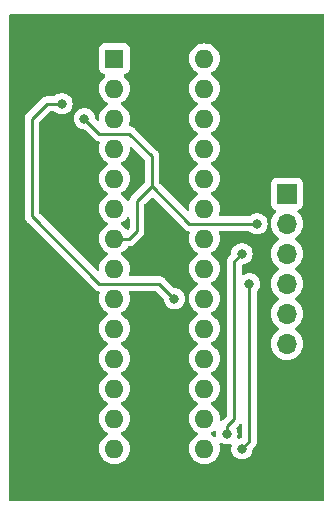
<source format=gbr>
%TF.GenerationSoftware,KiCad,Pcbnew,7.0.1*%
%TF.CreationDate,2023-05-04T02:21:34+01:00*%
%TF.ProjectId,wiikey_dip,7769696b-6579-45f6-9469-702e6b696361,rev?*%
%TF.SameCoordinates,Original*%
%TF.FileFunction,Copper,L2,Bot*%
%TF.FilePolarity,Positive*%
%FSLAX46Y46*%
G04 Gerber Fmt 4.6, Leading zero omitted, Abs format (unit mm)*
G04 Created by KiCad (PCBNEW 7.0.1) date 2023-05-04 02:21:34*
%MOMM*%
%LPD*%
G01*
G04 APERTURE LIST*
%TA.AperFunction,ComponentPad*%
%ADD10R,1.600000X1.600000*%
%TD*%
%TA.AperFunction,ComponentPad*%
%ADD11O,1.600000X1.600000*%
%TD*%
%TA.AperFunction,ComponentPad*%
%ADD12R,1.700000X1.700000*%
%TD*%
%TA.AperFunction,ComponentPad*%
%ADD13O,1.700000X1.700000*%
%TD*%
%TA.AperFunction,ViaPad*%
%ADD14C,0.800000*%
%TD*%
%TA.AperFunction,Conductor*%
%ADD15C,0.250000*%
%TD*%
G04 APERTURE END LIST*
D10*
%TO.P,U1,1,PC6/~{RESET}*%
%TO.N,Net-(U1-PC6{slash}~{RESET})*%
X153035000Y-79375000D03*
D11*
%TO.P,U1,2,PD0*%
%TO.N,unconnected-(U1-PD0-Pad2)*%
X153035000Y-81915000D03*
%TO.P,U1,3,PD1*%
%TO.N,unconnected-(U1-PD1-Pad3)*%
X153035000Y-84455000D03*
%TO.P,U1,4,PD2*%
%TO.N,unconnected-(U1-PD2-Pad4)*%
X153035000Y-86995000D03*
%TO.P,U1,5,PD3*%
%TO.N,unconnected-(U1-PD3-Pad5)*%
X153035000Y-89535000D03*
%TO.P,U1,6,PD4*%
%TO.N,unconnected-(U1-PD4-Pad6)*%
X153035000Y-92075000D03*
%TO.P,U1,7,VCC*%
%TO.N,Net-(J1-Pin_2)*%
X153035000Y-94615000D03*
%TO.P,U1,8,GND*%
%TO.N,Net-(J1-Pin_1)*%
X153035000Y-97155000D03*
%TO.P,U1,9,PB6/XTAL1*%
%TO.N,unconnected-(U1-PB6{slash}XTAL1-Pad9)*%
X153035000Y-99695000D03*
%TO.P,U1,10,PB7/XTAL2*%
%TO.N,unconnected-(U1-PB7{slash}XTAL2-Pad10)*%
X153035000Y-102235000D03*
%TO.P,U1,11,PD5*%
%TO.N,unconnected-(U1-PD5-Pad11)*%
X153035000Y-104775000D03*
%TO.P,U1,12,PD6*%
%TO.N,unconnected-(U1-PD6-Pad12)*%
X153035000Y-107315000D03*
%TO.P,U1,13,PD7*%
%TO.N,unconnected-(U1-PD7-Pad13)*%
X153035000Y-109855000D03*
%TO.P,U1,14,PB0*%
%TO.N,unconnected-(U1-PB0-Pad14)*%
X153035000Y-112395000D03*
%TO.P,U1,15,PB1*%
%TO.N,Net-(J1-Pin_3)*%
X160655000Y-112395000D03*
%TO.P,U1,16,PB2*%
%TO.N,unconnected-(U1-PB2-Pad16)*%
X160655000Y-109855000D03*
%TO.P,U1,17,PB3*%
%TO.N,Net-(J1-Pin_4)*%
X160655000Y-107315000D03*
%TO.P,U1,18,PB4*%
%TO.N,Net-(J1-Pin_6)*%
X160655000Y-104775000D03*
%TO.P,U1,19,PB5*%
%TO.N,Net-(J1-Pin_5)*%
X160655000Y-102235000D03*
%TO.P,U1,20,AVCC*%
%TO.N,Net-(U1-AVCC)*%
X160655000Y-99695000D03*
%TO.P,U1,21,AREF*%
%TO.N,unconnected-(U1-AREF-Pad21)*%
X160655000Y-97155000D03*
%TO.P,U1,22,AGND*%
%TO.N,Net-(J1-Pin_1)*%
X160655000Y-94615000D03*
%TO.P,U1,23,PC0*%
%TO.N,unconnected-(U1-PC0-Pad23)*%
X160655000Y-92075000D03*
%TO.P,U1,24,PC1*%
%TO.N,unconnected-(U1-PC1-Pad24)*%
X160655000Y-89535000D03*
%TO.P,U1,25,PC2*%
%TO.N,unconnected-(U1-PC2-Pad25)*%
X160655000Y-86995000D03*
%TO.P,U1,26,PC3*%
%TO.N,unconnected-(U1-PC3-Pad26)*%
X160655000Y-84455000D03*
%TO.P,U1,27,PC4*%
%TO.N,unconnected-(U1-PC4-Pad27)*%
X160655000Y-81915000D03*
%TO.P,U1,28,PC5*%
%TO.N,unconnected-(U1-PC5-Pad28)*%
X160655000Y-79375000D03*
%TD*%
D12*
%TO.P,J1,1,Pin_1*%
%TO.N,Net-(J1-Pin_1)*%
X167640000Y-90805000D03*
D13*
%TO.P,J1,2,Pin_2*%
%TO.N,Net-(J1-Pin_2)*%
X167640000Y-93345000D03*
%TO.P,J1,3,Pin_3*%
%TO.N,Net-(J1-Pin_3)*%
X167640000Y-95885000D03*
%TO.P,J1,4,Pin_4*%
%TO.N,Net-(J1-Pin_4)*%
X167640000Y-98425000D03*
%TO.P,J1,5,Pin_5*%
%TO.N,Net-(J1-Pin_5)*%
X167640000Y-100965000D03*
%TO.P,J1,6,Pin_6*%
%TO.N,Net-(J1-Pin_6)*%
X167640000Y-103505000D03*
%TD*%
D14*
%TO.N,Net-(J1-Pin_3)*%
X163830000Y-95885000D03*
X162560000Y-111125000D03*
%TO.N,Net-(J1-Pin_4)*%
X163830000Y-112395000D03*
%TO.N,Net-(U1-AVCC)*%
X158115000Y-99695000D03*
%TO.N,Net-(J1-Pin_2)*%
X150495000Y-84455000D03*
X165100000Y-93345000D03*
%TO.N,Net-(J1-Pin_4)*%
X164465000Y-98425000D03*
%TO.N,Net-(U1-AVCC)*%
X148590000Y-83185000D03*
%TD*%
D15*
%TO.N,Net-(J1-Pin_2)*%
X154305000Y-94615000D02*
X153035000Y-94615000D01*
X154940000Y-93980000D02*
X154305000Y-94615000D01*
X154940000Y-91440000D02*
X154940000Y-93980000D01*
X156210000Y-90170000D02*
X154940000Y-91440000D01*
%TO.N,Net-(J1-Pin_3)*%
X162560000Y-110490000D02*
X162560000Y-111125000D01*
X163195000Y-109855000D02*
X162560000Y-110490000D01*
X163195000Y-96520000D02*
X163195000Y-109855000D01*
X163830000Y-95885000D02*
X163195000Y-96520000D01*
%TO.N,Net-(J1-Pin_4)*%
X164465000Y-111760000D02*
X163830000Y-112395000D01*
X164465000Y-98425000D02*
X164465000Y-111760000D01*
%TO.N,Net-(U1-AVCC)*%
X146050000Y-92710000D02*
X151765000Y-98425000D01*
X156845000Y-98425000D02*
X158115000Y-99695000D01*
X146050000Y-84455000D02*
X146050000Y-92710000D01*
X147320000Y-83185000D02*
X146050000Y-84455000D01*
X148590000Y-83185000D02*
X147320000Y-83185000D01*
X151765000Y-98425000D02*
X156845000Y-98425000D01*
%TO.N,Net-(J1-Pin_2)*%
X156210000Y-87630000D02*
X154305000Y-85725000D01*
X154305000Y-85725000D02*
X151765000Y-85725000D01*
X151765000Y-85725000D02*
X150495000Y-84455000D01*
X156210000Y-90170000D02*
X156210000Y-87630000D01*
X159385000Y-93345000D02*
X156210000Y-90170000D01*
X165100000Y-93345000D02*
X159385000Y-93345000D01*
%TD*%
%TA.AperFunction,NonConductor*%
G36*
X170753000Y-75581613D02*
G01*
X170798387Y-75627000D01*
X170815000Y-75689000D01*
X170815000Y-116716000D01*
X170798387Y-116778000D01*
X170753000Y-116823387D01*
X170691000Y-116840000D01*
X144269000Y-116840000D01*
X144207000Y-116823387D01*
X144161613Y-116778000D01*
X144145000Y-116716000D01*
X144145000Y-84435194D01*
X145419840Y-84435194D01*
X145423950Y-84478675D01*
X145424500Y-84490344D01*
X145424500Y-92627256D01*
X145422235Y-92647762D01*
X145424439Y-92717873D01*
X145424500Y-92721768D01*
X145424500Y-92749349D01*
X145425003Y-92753334D01*
X145425918Y-92764967D01*
X145427290Y-92808626D01*
X145432879Y-92827860D01*
X145436825Y-92846916D01*
X145439335Y-92866792D01*
X145455414Y-92907404D01*
X145459197Y-92918451D01*
X145471382Y-92960391D01*
X145481580Y-92977635D01*
X145490136Y-92995100D01*
X145497514Y-93013732D01*
X145497515Y-93013733D01*
X145523180Y-93049059D01*
X145529593Y-93058822D01*
X145551826Y-93096416D01*
X145551829Y-93096419D01*
X145551830Y-93096420D01*
X145565995Y-93110585D01*
X145578627Y-93125375D01*
X145590406Y-93141587D01*
X145624058Y-93169426D01*
X145632699Y-93177289D01*
X151264197Y-98808787D01*
X151277098Y-98824889D01*
X151279212Y-98826874D01*
X151279214Y-98826877D01*
X151326561Y-98871339D01*
X151328240Y-98872916D01*
X151331035Y-98875625D01*
X151350530Y-98895120D01*
X151353704Y-98897582D01*
X151362568Y-98905153D01*
X151394418Y-98935062D01*
X151404914Y-98940832D01*
X151411974Y-98944714D01*
X151428231Y-98955392D01*
X151444064Y-98967674D01*
X151460185Y-98974649D01*
X151484156Y-98985023D01*
X151494643Y-98990160D01*
X151532908Y-99011197D01*
X151552316Y-99016180D01*
X151570710Y-99022478D01*
X151589105Y-99030438D01*
X151632254Y-99037271D01*
X151643680Y-99039638D01*
X151653914Y-99042266D01*
X151685980Y-99050500D01*
X151685981Y-99050500D01*
X151705951Y-99050500D01*
X151765594Y-99065786D01*
X151810532Y-99107875D01*
X151829686Y-99166390D01*
X151818333Y-99226905D01*
X151808261Y-99248502D01*
X151749364Y-99468310D01*
X151729531Y-99695000D01*
X151749364Y-99921689D01*
X151808261Y-100141497D01*
X151904432Y-100347735D01*
X152034953Y-100534140D01*
X152195859Y-100695046D01*
X152382263Y-100825566D01*
X152382266Y-100825568D01*
X152440275Y-100852618D01*
X152492450Y-100898375D01*
X152511869Y-100965000D01*
X152492450Y-101031625D01*
X152440275Y-101077382D01*
X152382263Y-101104433D01*
X152195859Y-101234953D01*
X152034953Y-101395859D01*
X151904432Y-101582264D01*
X151808261Y-101788502D01*
X151749364Y-102008310D01*
X151729531Y-102235000D01*
X151749364Y-102461689D01*
X151808261Y-102681497D01*
X151904432Y-102887735D01*
X152034953Y-103074140D01*
X152195859Y-103235046D01*
X152382262Y-103365565D01*
X152382266Y-103365568D01*
X152440275Y-103392618D01*
X152492450Y-103438375D01*
X152511869Y-103505000D01*
X152492450Y-103571625D01*
X152440275Y-103617382D01*
X152382263Y-103644433D01*
X152195859Y-103774953D01*
X152034953Y-103935859D01*
X151904432Y-104122264D01*
X151808261Y-104328502D01*
X151749364Y-104548310D01*
X151729531Y-104775000D01*
X151749364Y-105001689D01*
X151808261Y-105221497D01*
X151904432Y-105427735D01*
X152034953Y-105614140D01*
X152195859Y-105775046D01*
X152382263Y-105905566D01*
X152382266Y-105905568D01*
X152440275Y-105932618D01*
X152492450Y-105978375D01*
X152511869Y-106045000D01*
X152492450Y-106111625D01*
X152440275Y-106157382D01*
X152382263Y-106184433D01*
X152195859Y-106314953D01*
X152034953Y-106475859D01*
X151904432Y-106662264D01*
X151808261Y-106868502D01*
X151749364Y-107088310D01*
X151729531Y-107315000D01*
X151749364Y-107541689D01*
X151808261Y-107761497D01*
X151904432Y-107967735D01*
X152034953Y-108154140D01*
X152195859Y-108315046D01*
X152382263Y-108445566D01*
X152382266Y-108445568D01*
X152440275Y-108472618D01*
X152492450Y-108518375D01*
X152511869Y-108585000D01*
X152492450Y-108651625D01*
X152440275Y-108697382D01*
X152382263Y-108724433D01*
X152195859Y-108854953D01*
X152034953Y-109015859D01*
X151904432Y-109202264D01*
X151808261Y-109408502D01*
X151749364Y-109628310D01*
X151729531Y-109855000D01*
X151749364Y-110081689D01*
X151808261Y-110301497D01*
X151904432Y-110507735D01*
X152034953Y-110694140D01*
X152195859Y-110855046D01*
X152312537Y-110936744D01*
X152382266Y-110985568D01*
X152440273Y-111012617D01*
X152492449Y-111058373D01*
X152511869Y-111124997D01*
X152492451Y-111191622D01*
X152440276Y-111237380D01*
X152382266Y-111264431D01*
X152195859Y-111394953D01*
X152034953Y-111555859D01*
X151904432Y-111742264D01*
X151808261Y-111948502D01*
X151749364Y-112168310D01*
X151729531Y-112395000D01*
X151749364Y-112621689D01*
X151808261Y-112841497D01*
X151904432Y-113047735D01*
X152034953Y-113234140D01*
X152195859Y-113395046D01*
X152382264Y-113525567D01*
X152382265Y-113525567D01*
X152382266Y-113525568D01*
X152588504Y-113621739D01*
X152808308Y-113680635D01*
X153035000Y-113700468D01*
X153261692Y-113680635D01*
X153481496Y-113621739D01*
X153687734Y-113525568D01*
X153874139Y-113395047D01*
X154035047Y-113234139D01*
X154165568Y-113047734D01*
X154261739Y-112841496D01*
X154320635Y-112621692D01*
X154340468Y-112395000D01*
X154320635Y-112168308D01*
X154261739Y-111948504D01*
X154165568Y-111742266D01*
X154161408Y-111736325D01*
X154035046Y-111555859D01*
X153874140Y-111394953D01*
X153687732Y-111264430D01*
X153629724Y-111237380D01*
X153577549Y-111191623D01*
X153558130Y-111124997D01*
X153577550Y-111058373D01*
X153629721Y-111012619D01*
X153687734Y-110985568D01*
X153874139Y-110855047D01*
X154035047Y-110694139D01*
X154165568Y-110507734D01*
X154261739Y-110301496D01*
X154320635Y-110081692D01*
X154340468Y-109855000D01*
X154320635Y-109628308D01*
X154261739Y-109408504D01*
X154165568Y-109202266D01*
X154035047Y-109015861D01*
X154035046Y-109015859D01*
X153874140Y-108854953D01*
X153687733Y-108724431D01*
X153629725Y-108697382D01*
X153577549Y-108651625D01*
X153558129Y-108585000D01*
X153577549Y-108518375D01*
X153629725Y-108472618D01*
X153687734Y-108445568D01*
X153874139Y-108315047D01*
X154035047Y-108154139D01*
X154165568Y-107967734D01*
X154261739Y-107761496D01*
X154320635Y-107541692D01*
X154340468Y-107315000D01*
X154320635Y-107088308D01*
X154261739Y-106868504D01*
X154165568Y-106662266D01*
X154035047Y-106475861D01*
X154035046Y-106475859D01*
X153874140Y-106314953D01*
X153687733Y-106184431D01*
X153629725Y-106157382D01*
X153577549Y-106111625D01*
X153558129Y-106045000D01*
X153577549Y-105978375D01*
X153629725Y-105932618D01*
X153687734Y-105905568D01*
X153874139Y-105775047D01*
X154035047Y-105614139D01*
X154165568Y-105427734D01*
X154261739Y-105221496D01*
X154320635Y-105001692D01*
X154340468Y-104775000D01*
X154320635Y-104548308D01*
X154261739Y-104328504D01*
X154165568Y-104122266D01*
X154058014Y-103968662D01*
X154035046Y-103935859D01*
X153874140Y-103774953D01*
X153687732Y-103644430D01*
X153629724Y-103617380D01*
X153577549Y-103571623D01*
X153558130Y-103504997D01*
X153577550Y-103438373D01*
X153629721Y-103392619D01*
X153687734Y-103365568D01*
X153874139Y-103235047D01*
X154035047Y-103074139D01*
X154165568Y-102887734D01*
X154261739Y-102681496D01*
X154320635Y-102461692D01*
X154340468Y-102235000D01*
X154320635Y-102008308D01*
X154261739Y-101788504D01*
X154165568Y-101582266D01*
X154058014Y-101428662D01*
X154035046Y-101395859D01*
X153874140Y-101234953D01*
X153687733Y-101104431D01*
X153629725Y-101077382D01*
X153577549Y-101031625D01*
X153558129Y-100965000D01*
X153577549Y-100898375D01*
X153629725Y-100852618D01*
X153687734Y-100825568D01*
X153874139Y-100695047D01*
X154035047Y-100534139D01*
X154165568Y-100347734D01*
X154261739Y-100141496D01*
X154320635Y-99921692D01*
X154340468Y-99695000D01*
X154320635Y-99468308D01*
X154261739Y-99248504D01*
X154251666Y-99226904D01*
X154240314Y-99166390D01*
X154259468Y-99107875D01*
X154304406Y-99065786D01*
X154364049Y-99050500D01*
X156534548Y-99050500D01*
X156582001Y-99059939D01*
X156622229Y-99086819D01*
X157176038Y-99640629D01*
X157200277Y-99674926D01*
X157211678Y-99715348D01*
X157229326Y-99883257D01*
X157287820Y-100063284D01*
X157382466Y-100227216D01*
X157509129Y-100367889D01*
X157662269Y-100479151D01*
X157835197Y-100556144D01*
X158020352Y-100595500D01*
X158020354Y-100595500D01*
X158209646Y-100595500D01*
X158209648Y-100595500D01*
X158333084Y-100569262D01*
X158394803Y-100556144D01*
X158567730Y-100479151D01*
X158720871Y-100367888D01*
X158847533Y-100227216D01*
X158942179Y-100063284D01*
X159000674Y-99883256D01*
X159020460Y-99695000D01*
X159000674Y-99506744D01*
X158942179Y-99326716D01*
X158942179Y-99326715D01*
X158847533Y-99162783D01*
X158720870Y-99022110D01*
X158567730Y-98910848D01*
X158394802Y-98833855D01*
X158209648Y-98794500D01*
X158209646Y-98794500D01*
X158150453Y-98794500D01*
X158103000Y-98785061D01*
X158062772Y-98758181D01*
X157345802Y-98041211D01*
X157332906Y-98025113D01*
X157281775Y-97977098D01*
X157278978Y-97974387D01*
X157259470Y-97954879D01*
X157256290Y-97952412D01*
X157247424Y-97944839D01*
X157215582Y-97914938D01*
X157198024Y-97905285D01*
X157181764Y-97894604D01*
X157165936Y-97882327D01*
X157125851Y-97864980D01*
X157115361Y-97859841D01*
X157077091Y-97838802D01*
X157057691Y-97833821D01*
X157039284Y-97827519D01*
X157020897Y-97819562D01*
X156977758Y-97812729D01*
X156966324Y-97810361D01*
X156924019Y-97799500D01*
X156903984Y-97799500D01*
X156884586Y-97797973D01*
X156877162Y-97796797D01*
X156864805Y-97794840D01*
X156864804Y-97794840D01*
X156831751Y-97797964D01*
X156821325Y-97798950D01*
X156809656Y-97799500D01*
X154364049Y-97799500D01*
X154304406Y-97784214D01*
X154259468Y-97742125D01*
X154240314Y-97683610D01*
X154251667Y-97623095D01*
X154261688Y-97601605D01*
X154261739Y-97601496D01*
X154320635Y-97381692D01*
X154340468Y-97155000D01*
X154320635Y-96928308D01*
X154261739Y-96708504D01*
X154165568Y-96502266D01*
X154164117Y-96500194D01*
X154035046Y-96315859D01*
X153874140Y-96154953D01*
X153687732Y-96024430D01*
X153629724Y-95997380D01*
X153577549Y-95951623D01*
X153558130Y-95884997D01*
X153577550Y-95818373D01*
X153629721Y-95772619D01*
X153687734Y-95745568D01*
X153874139Y-95615047D01*
X154035047Y-95454139D01*
X154146095Y-95295544D01*
X154188690Y-95257595D01*
X154243773Y-95242732D01*
X154245665Y-95242672D01*
X154245667Y-95242673D01*
X154308643Y-95240693D01*
X154312874Y-95240561D01*
X154316768Y-95240500D01*
X154344349Y-95240500D01*
X154344350Y-95240500D01*
X154348319Y-95239998D01*
X154359965Y-95239080D01*
X154403627Y-95237709D01*
X154422859Y-95232120D01*
X154441918Y-95228174D01*
X154448196Y-95227381D01*
X154461792Y-95225664D01*
X154502407Y-95209582D01*
X154513444Y-95205803D01*
X154555390Y-95193618D01*
X154572629Y-95183422D01*
X154590102Y-95174862D01*
X154608732Y-95167486D01*
X154644064Y-95141814D01*
X154653830Y-95135400D01*
X154691418Y-95113171D01*
X154691417Y-95113171D01*
X154691420Y-95113170D01*
X154705585Y-95099004D01*
X154720373Y-95086373D01*
X154736587Y-95074594D01*
X154764438Y-95040926D01*
X154772279Y-95032309D01*
X155323786Y-94480802D01*
X155339887Y-94467904D01*
X155341874Y-94465787D01*
X155341877Y-94465786D01*
X155387932Y-94416741D01*
X155390613Y-94413976D01*
X155410120Y-94394470D01*
X155412581Y-94391295D01*
X155420152Y-94382431D01*
X155450062Y-94350582D01*
X155459713Y-94333026D01*
X155470393Y-94316767D01*
X155482674Y-94300936D01*
X155500018Y-94260851D01*
X155505160Y-94250356D01*
X155507830Y-94245500D01*
X155526197Y-94212092D01*
X155531178Y-94192688D01*
X155537480Y-94174283D01*
X155545438Y-94155895D01*
X155552270Y-94112748D01*
X155554639Y-94101316D01*
X155565500Y-94059020D01*
X155565500Y-94038984D01*
X155567027Y-94019585D01*
X155568303Y-94011528D01*
X155570160Y-93999804D01*
X155566050Y-93956325D01*
X155565500Y-93944656D01*
X155565500Y-91750452D01*
X155574939Y-91702999D01*
X155601819Y-91662771D01*
X155844394Y-91420196D01*
X156122320Y-91142269D01*
X156177905Y-91110177D01*
X156242093Y-91110177D01*
X156297680Y-91142271D01*
X158884196Y-93728787D01*
X158897096Y-93744888D01*
X158899213Y-93746876D01*
X158899214Y-93746877D01*
X158941780Y-93786850D01*
X158948223Y-93792900D01*
X158951019Y-93795610D01*
X158970529Y-93815120D01*
X158973711Y-93817588D01*
X158982571Y-93825155D01*
X159014418Y-93855062D01*
X159031972Y-93864712D01*
X159048236Y-93875396D01*
X159059972Y-93884499D01*
X159064064Y-93887673D01*
X159088909Y-93898424D01*
X159104152Y-93905021D01*
X159114631Y-93910154D01*
X159152908Y-93931197D01*
X159172306Y-93936177D01*
X159190708Y-93942477D01*
X159209104Y-93950438D01*
X159252261Y-93957273D01*
X159263664Y-93959634D01*
X159305981Y-93970500D01*
X159325951Y-93970500D01*
X159385594Y-93985786D01*
X159430532Y-94027875D01*
X159449686Y-94086390D01*
X159438333Y-94146905D01*
X159428261Y-94168502D01*
X159369364Y-94388310D01*
X159349531Y-94615000D01*
X159369364Y-94841689D01*
X159428261Y-95061497D01*
X159524432Y-95267735D01*
X159654953Y-95454140D01*
X159815859Y-95615046D01*
X159932537Y-95696744D01*
X160002266Y-95745568D01*
X160060273Y-95772617D01*
X160112449Y-95818373D01*
X160131869Y-95884997D01*
X160112451Y-95951622D01*
X160060276Y-95997380D01*
X160002266Y-96024431D01*
X159815859Y-96154953D01*
X159654953Y-96315859D01*
X159524432Y-96502264D01*
X159428261Y-96708502D01*
X159369364Y-96928310D01*
X159349531Y-97155000D01*
X159369364Y-97381689D01*
X159428261Y-97601497D01*
X159524432Y-97807735D01*
X159654953Y-97994140D01*
X159815859Y-98155046D01*
X159932537Y-98236744D01*
X160002266Y-98285568D01*
X160060275Y-98312618D01*
X160112450Y-98358375D01*
X160131869Y-98425000D01*
X160112450Y-98491625D01*
X160060275Y-98537382D01*
X160002263Y-98564433D01*
X159815859Y-98694953D01*
X159654953Y-98855859D01*
X159524432Y-99042264D01*
X159428261Y-99248502D01*
X159369364Y-99468310D01*
X159349531Y-99695000D01*
X159369364Y-99921689D01*
X159428261Y-100141497D01*
X159524432Y-100347735D01*
X159654953Y-100534140D01*
X159815859Y-100695046D01*
X160002263Y-100825566D01*
X160002266Y-100825568D01*
X160060275Y-100852618D01*
X160112450Y-100898375D01*
X160131869Y-100965000D01*
X160112450Y-101031625D01*
X160060275Y-101077382D01*
X160002263Y-101104433D01*
X159815859Y-101234953D01*
X159654953Y-101395859D01*
X159524432Y-101582264D01*
X159428261Y-101788502D01*
X159369364Y-102008310D01*
X159349531Y-102235000D01*
X159369364Y-102461689D01*
X159428261Y-102681497D01*
X159524432Y-102887735D01*
X159654953Y-103074140D01*
X159815859Y-103235046D01*
X160002262Y-103365565D01*
X160002266Y-103365568D01*
X160060275Y-103392618D01*
X160112450Y-103438375D01*
X160131869Y-103505000D01*
X160112450Y-103571625D01*
X160060275Y-103617382D01*
X160002263Y-103644433D01*
X159815859Y-103774953D01*
X159654953Y-103935859D01*
X159524432Y-104122264D01*
X159428261Y-104328502D01*
X159369364Y-104548310D01*
X159349531Y-104775000D01*
X159369364Y-105001689D01*
X159428261Y-105221497D01*
X159524432Y-105427735D01*
X159654953Y-105614140D01*
X159815859Y-105775046D01*
X160002263Y-105905566D01*
X160002266Y-105905568D01*
X160060275Y-105932618D01*
X160112450Y-105978375D01*
X160131869Y-106045000D01*
X160112450Y-106111625D01*
X160060275Y-106157382D01*
X160002263Y-106184433D01*
X159815859Y-106314953D01*
X159654953Y-106475859D01*
X159524432Y-106662264D01*
X159428261Y-106868502D01*
X159369364Y-107088310D01*
X159349531Y-107315000D01*
X159369364Y-107541689D01*
X159428261Y-107761497D01*
X159524432Y-107967735D01*
X159654953Y-108154140D01*
X159815859Y-108315046D01*
X160002263Y-108445566D01*
X160002266Y-108445568D01*
X160060275Y-108472618D01*
X160112450Y-108518375D01*
X160131869Y-108585000D01*
X160112450Y-108651625D01*
X160060275Y-108697382D01*
X160002263Y-108724433D01*
X159815859Y-108854953D01*
X159654953Y-109015859D01*
X159524432Y-109202264D01*
X159428261Y-109408502D01*
X159369364Y-109628310D01*
X159349531Y-109855000D01*
X159369364Y-110081689D01*
X159428261Y-110301497D01*
X159524432Y-110507735D01*
X159654953Y-110694140D01*
X159815859Y-110855046D01*
X159932537Y-110936744D01*
X160002266Y-110985568D01*
X160060273Y-111012617D01*
X160112449Y-111058373D01*
X160131869Y-111124997D01*
X160112451Y-111191622D01*
X160060276Y-111237380D01*
X160002266Y-111264431D01*
X159815859Y-111394953D01*
X159654953Y-111555859D01*
X159524432Y-111742264D01*
X159428261Y-111948502D01*
X159369364Y-112168310D01*
X159349531Y-112395000D01*
X159369364Y-112621689D01*
X159428261Y-112841497D01*
X159524432Y-113047735D01*
X159654953Y-113234140D01*
X159815859Y-113395046D01*
X160002264Y-113525567D01*
X160002265Y-113525567D01*
X160002266Y-113525568D01*
X160208504Y-113621739D01*
X160428308Y-113680635D01*
X160655000Y-113700468D01*
X160881692Y-113680635D01*
X161101496Y-113621739D01*
X161307734Y-113525568D01*
X161494139Y-113395047D01*
X161655047Y-113234139D01*
X161785568Y-113047734D01*
X161881739Y-112841496D01*
X161940635Y-112621692D01*
X161960468Y-112395000D01*
X161940635Y-112168308D01*
X161904754Y-112034401D01*
X161903806Y-111973995D01*
X161931516Y-111920308D01*
X161981307Y-111886087D01*
X162041359Y-111879457D01*
X162097415Y-111901992D01*
X162107269Y-111909151D01*
X162280197Y-111986144D01*
X162465352Y-112025500D01*
X162465354Y-112025500D01*
X162654646Y-112025500D01*
X162654648Y-112025500D01*
X162803191Y-111993926D01*
X162818994Y-111990567D01*
X162883093Y-111993926D01*
X162936925Y-112028884D01*
X162966065Y-112086075D01*
X162962706Y-112150174D01*
X162944326Y-112206740D01*
X162924540Y-112395000D01*
X162944326Y-112583257D01*
X163002820Y-112763284D01*
X163097466Y-112927216D01*
X163224129Y-113067889D01*
X163377269Y-113179151D01*
X163550197Y-113256144D01*
X163735352Y-113295500D01*
X163735354Y-113295500D01*
X163924646Y-113295500D01*
X163924648Y-113295500D01*
X164048083Y-113269262D01*
X164109803Y-113256144D01*
X164282730Y-113179151D01*
X164435871Y-113067888D01*
X164562533Y-112927216D01*
X164657179Y-112763284D01*
X164715674Y-112583256D01*
X164733321Y-112415344D01*
X164744721Y-112374925D01*
X164768958Y-112340630D01*
X164848786Y-112260802D01*
X164864887Y-112247904D01*
X164866874Y-112245787D01*
X164866877Y-112245786D01*
X164912932Y-112196741D01*
X164915613Y-112193976D01*
X164935120Y-112174470D01*
X164937581Y-112171295D01*
X164945152Y-112162431D01*
X164975062Y-112130582D01*
X164984713Y-112113026D01*
X164995393Y-112096767D01*
X165007674Y-112080936D01*
X165025018Y-112040851D01*
X165030160Y-112030356D01*
X165032830Y-112025500D01*
X165051197Y-111992092D01*
X165056178Y-111972688D01*
X165062480Y-111954283D01*
X165070438Y-111935895D01*
X165077270Y-111892748D01*
X165079639Y-111881316D01*
X165090500Y-111839020D01*
X165090500Y-111818984D01*
X165092027Y-111799585D01*
X165092296Y-111797888D01*
X165095160Y-111779804D01*
X165091050Y-111736325D01*
X165090500Y-111724656D01*
X165090500Y-103504999D01*
X166284340Y-103504999D01*
X166304936Y-103740407D01*
X166314193Y-103774953D01*
X166366097Y-103968663D01*
X166465965Y-104182830D01*
X166601505Y-104376401D01*
X166768599Y-104543495D01*
X166962170Y-104679035D01*
X167176337Y-104778903D01*
X167404592Y-104840063D01*
X167640000Y-104860659D01*
X167875408Y-104840063D01*
X168103663Y-104778903D01*
X168317830Y-104679035D01*
X168511401Y-104543495D01*
X168678495Y-104376401D01*
X168814035Y-104182830D01*
X168913903Y-103968663D01*
X168975063Y-103740408D01*
X168995659Y-103505000D01*
X168975063Y-103269592D01*
X168913903Y-103041337D01*
X168814035Y-102827171D01*
X168678495Y-102633599D01*
X168511401Y-102466505D01*
X168325839Y-102336573D01*
X168286974Y-102292255D01*
X168272964Y-102234999D01*
X168286975Y-102177742D01*
X168325837Y-102133428D01*
X168511401Y-102003495D01*
X168678495Y-101836401D01*
X168814035Y-101642830D01*
X168913903Y-101428663D01*
X168975063Y-101200408D01*
X168995659Y-100965000D01*
X168975063Y-100729592D01*
X168913903Y-100501337D01*
X168814035Y-100287171D01*
X168678495Y-100093599D01*
X168511401Y-99926505D01*
X168325839Y-99796573D01*
X168286974Y-99752255D01*
X168272964Y-99694999D01*
X168286975Y-99637742D01*
X168325837Y-99593428D01*
X168511401Y-99463495D01*
X168678495Y-99296401D01*
X168814035Y-99102830D01*
X168913903Y-98888663D01*
X168975063Y-98660408D01*
X168995659Y-98425000D01*
X168975063Y-98189592D01*
X168913903Y-97961337D01*
X168814035Y-97747171D01*
X168678495Y-97553599D01*
X168511401Y-97386505D01*
X168325839Y-97256573D01*
X168286976Y-97212257D01*
X168272965Y-97155000D01*
X168286976Y-97097743D01*
X168325839Y-97053426D01*
X168511401Y-96923495D01*
X168678495Y-96756401D01*
X168814035Y-96562830D01*
X168913903Y-96348663D01*
X168975063Y-96120408D01*
X168995659Y-95885000D01*
X168993878Y-95864649D01*
X168975063Y-95649592D01*
X168965807Y-95615047D01*
X168913903Y-95421337D01*
X168814035Y-95207171D01*
X168678495Y-95013599D01*
X168511401Y-94846505D01*
X168325839Y-94716573D01*
X168286975Y-94672257D01*
X168272964Y-94615000D01*
X168286975Y-94557743D01*
X168325839Y-94513426D01*
X168511401Y-94383495D01*
X168678495Y-94216401D01*
X168814035Y-94022830D01*
X168913903Y-93808663D01*
X168975063Y-93580408D01*
X168995659Y-93345000D01*
X168975063Y-93109592D01*
X168913903Y-92881337D01*
X168814035Y-92667171D01*
X168678495Y-92473599D01*
X168556569Y-92351672D01*
X168525273Y-92298927D01*
X168523084Y-92237634D01*
X168550537Y-92182789D01*
X168600916Y-92147810D01*
X168732331Y-92098796D01*
X168847546Y-92012546D01*
X168933796Y-91897331D01*
X168984091Y-91762483D01*
X168990500Y-91702873D01*
X168990499Y-89907128D01*
X168984091Y-89847517D01*
X168933796Y-89712669D01*
X168847546Y-89597454D01*
X168732331Y-89511204D01*
X168597483Y-89460909D01*
X168537873Y-89454500D01*
X168537869Y-89454500D01*
X166742130Y-89454500D01*
X166682515Y-89460909D01*
X166547669Y-89511204D01*
X166432454Y-89597454D01*
X166346204Y-89712668D01*
X166295909Y-89847516D01*
X166289500Y-89907130D01*
X166289500Y-91702869D01*
X166295909Y-91762483D01*
X166346204Y-91897331D01*
X166432454Y-92012546D01*
X166547669Y-92098796D01*
X166659907Y-92140658D01*
X166679082Y-92147810D01*
X166729462Y-92182789D01*
X166756915Y-92237634D01*
X166754726Y-92298926D01*
X166723431Y-92351673D01*
X166601503Y-92473601D01*
X166465965Y-92667170D01*
X166366097Y-92881336D01*
X166304936Y-93109592D01*
X166284340Y-93344999D01*
X166304936Y-93580407D01*
X166347289Y-93738469D01*
X166366097Y-93808663D01*
X166465965Y-94022830D01*
X166601505Y-94216401D01*
X166768599Y-94383495D01*
X166954160Y-94513426D01*
X166993024Y-94557743D01*
X167007035Y-94615000D01*
X166993024Y-94672257D01*
X166954159Y-94716575D01*
X166768595Y-94846508D01*
X166601505Y-95013598D01*
X166465965Y-95207170D01*
X166366097Y-95421336D01*
X166304936Y-95649592D01*
X166284340Y-95884999D01*
X166304936Y-96120407D01*
X166349709Y-96287502D01*
X166366097Y-96348663D01*
X166465965Y-96562830D01*
X166601505Y-96756401D01*
X166768599Y-96923495D01*
X166954160Y-97053426D01*
X166993024Y-97097743D01*
X167007035Y-97155000D01*
X166993024Y-97212257D01*
X166954159Y-97256575D01*
X166768595Y-97386508D01*
X166601505Y-97553598D01*
X166465965Y-97747170D01*
X166366097Y-97961336D01*
X166304936Y-98189592D01*
X166284340Y-98424999D01*
X166304936Y-98660407D01*
X166347288Y-98818466D01*
X166366097Y-98888663D01*
X166465965Y-99102830D01*
X166601505Y-99296401D01*
X166768599Y-99463495D01*
X166954160Y-99593426D01*
X166993024Y-99637743D01*
X167007035Y-99695000D01*
X166993024Y-99752257D01*
X166954159Y-99796575D01*
X166768595Y-99926508D01*
X166601505Y-100093598D01*
X166465965Y-100287170D01*
X166366097Y-100501336D01*
X166304936Y-100729592D01*
X166284340Y-100965000D01*
X166304936Y-101200407D01*
X166314193Y-101234953D01*
X166366097Y-101428663D01*
X166465965Y-101642830D01*
X166601505Y-101836401D01*
X166768599Y-102003495D01*
X166954160Y-102133426D01*
X166993024Y-102177743D01*
X167007035Y-102235000D01*
X166993024Y-102292257D01*
X166954159Y-102336575D01*
X166768595Y-102466508D01*
X166601505Y-102633598D01*
X166465965Y-102827170D01*
X166366097Y-103041336D01*
X166304936Y-103269592D01*
X166284340Y-103504999D01*
X165090500Y-103504999D01*
X165090500Y-99123687D01*
X165098736Y-99079249D01*
X165122347Y-99040717D01*
X165197533Y-98957216D01*
X165229898Y-98901159D01*
X165292179Y-98793284D01*
X165335353Y-98660408D01*
X165350674Y-98613256D01*
X165370460Y-98425000D01*
X165350674Y-98236744D01*
X165292179Y-98056716D01*
X165292179Y-98056715D01*
X165197533Y-97892783D01*
X165070870Y-97752110D01*
X164917730Y-97640848D01*
X164744802Y-97563855D01*
X164559648Y-97524500D01*
X164559646Y-97524500D01*
X164370354Y-97524500D01*
X164370352Y-97524500D01*
X164185197Y-97563855D01*
X164000364Y-97646149D01*
X163999316Y-97643796D01*
X163954233Y-97660431D01*
X163888207Y-97647300D01*
X163838773Y-97601605D01*
X163820500Y-97536814D01*
X163820500Y-96908050D01*
X163833050Y-96853692D01*
X163868158Y-96810336D01*
X163918719Y-96786760D01*
X164061547Y-96756401D01*
X164109803Y-96746144D01*
X164282730Y-96669151D01*
X164435871Y-96557888D01*
X164562533Y-96417216D01*
X164657179Y-96253284D01*
X164715674Y-96073256D01*
X164735460Y-95885000D01*
X164715674Y-95696744D01*
X164657179Y-95516716D01*
X164657179Y-95516715D01*
X164562533Y-95352783D01*
X164435870Y-95212110D01*
X164282730Y-95100848D01*
X164109802Y-95023855D01*
X163924648Y-94984500D01*
X163924646Y-94984500D01*
X163735354Y-94984500D01*
X163735352Y-94984500D01*
X163550197Y-95023855D01*
X163377269Y-95100848D01*
X163224129Y-95212110D01*
X163097466Y-95352783D01*
X163002820Y-95516715D01*
X162944326Y-95696742D01*
X162926679Y-95864649D01*
X162915279Y-95905070D01*
X162891039Y-95939368D01*
X162811208Y-96019199D01*
X162795110Y-96032096D01*
X162747096Y-96083225D01*
X162744391Y-96086017D01*
X162724874Y-96105534D01*
X162722415Y-96108705D01*
X162714842Y-96117572D01*
X162684935Y-96149420D01*
X162675285Y-96166974D01*
X162664609Y-96183228D01*
X162652326Y-96199063D01*
X162634975Y-96239158D01*
X162629838Y-96249644D01*
X162608802Y-96287907D01*
X162603821Y-96307309D01*
X162597520Y-96325711D01*
X162589561Y-96344102D01*
X162582728Y-96387242D01*
X162580360Y-96398674D01*
X162569500Y-96440978D01*
X162569500Y-96461016D01*
X162567973Y-96480413D01*
X162564840Y-96500196D01*
X162565036Y-96502266D01*
X162568950Y-96543675D01*
X162569500Y-96555344D01*
X162569500Y-109544548D01*
X162560061Y-109592001D01*
X162533183Y-109632226D01*
X162231389Y-109934019D01*
X162176208Y-109989200D01*
X162154973Y-110006212D01*
X162146868Y-110011356D01*
X162081616Y-110030656D01*
X162016003Y-110012616D01*
X161969791Y-109962668D01*
X161956894Y-109895854D01*
X161960468Y-109854999D01*
X161940635Y-109628310D01*
X161940635Y-109628308D01*
X161881739Y-109408504D01*
X161785568Y-109202266D01*
X161655047Y-109015861D01*
X161655046Y-109015859D01*
X161494140Y-108854953D01*
X161307733Y-108724431D01*
X161249725Y-108697382D01*
X161197549Y-108651625D01*
X161178129Y-108585000D01*
X161197549Y-108518375D01*
X161249725Y-108472618D01*
X161307734Y-108445568D01*
X161494139Y-108315047D01*
X161655047Y-108154139D01*
X161785568Y-107967734D01*
X161881739Y-107761496D01*
X161940635Y-107541692D01*
X161960468Y-107315000D01*
X161940635Y-107088308D01*
X161881739Y-106868504D01*
X161785568Y-106662266D01*
X161655047Y-106475861D01*
X161655046Y-106475859D01*
X161494140Y-106314953D01*
X161307733Y-106184431D01*
X161249725Y-106157382D01*
X161197549Y-106111625D01*
X161178129Y-106045000D01*
X161197549Y-105978375D01*
X161249725Y-105932618D01*
X161307734Y-105905568D01*
X161494139Y-105775047D01*
X161655047Y-105614139D01*
X161785568Y-105427734D01*
X161881739Y-105221496D01*
X161940635Y-105001692D01*
X161960468Y-104775000D01*
X161940635Y-104548308D01*
X161881739Y-104328504D01*
X161785568Y-104122266D01*
X161678014Y-103968662D01*
X161655046Y-103935859D01*
X161494140Y-103774953D01*
X161307732Y-103644430D01*
X161249724Y-103617380D01*
X161197549Y-103571623D01*
X161178130Y-103504997D01*
X161197550Y-103438373D01*
X161249721Y-103392619D01*
X161307734Y-103365568D01*
X161494139Y-103235047D01*
X161655047Y-103074139D01*
X161785568Y-102887734D01*
X161881739Y-102681496D01*
X161940635Y-102461692D01*
X161960468Y-102235000D01*
X161940635Y-102008308D01*
X161881739Y-101788504D01*
X161785568Y-101582266D01*
X161678014Y-101428662D01*
X161655046Y-101395859D01*
X161494140Y-101234953D01*
X161307733Y-101104431D01*
X161249725Y-101077382D01*
X161197549Y-101031625D01*
X161178129Y-100965000D01*
X161197549Y-100898375D01*
X161249725Y-100852618D01*
X161307734Y-100825568D01*
X161494139Y-100695047D01*
X161655047Y-100534139D01*
X161785568Y-100347734D01*
X161881739Y-100141496D01*
X161940635Y-99921692D01*
X161960468Y-99695000D01*
X161940635Y-99468308D01*
X161881739Y-99248504D01*
X161785568Y-99042266D01*
X161784481Y-99040714D01*
X161655046Y-98855859D01*
X161494140Y-98694953D01*
X161307733Y-98564431D01*
X161249725Y-98537382D01*
X161197549Y-98491625D01*
X161178129Y-98425000D01*
X161197549Y-98358375D01*
X161249725Y-98312618D01*
X161307734Y-98285568D01*
X161494139Y-98155047D01*
X161655047Y-97994139D01*
X161785568Y-97807734D01*
X161881739Y-97601496D01*
X161940635Y-97381692D01*
X161960468Y-97155000D01*
X161940635Y-96928308D01*
X161881739Y-96708504D01*
X161785568Y-96502266D01*
X161784117Y-96500194D01*
X161655046Y-96315859D01*
X161494140Y-96154953D01*
X161307732Y-96024430D01*
X161249724Y-95997380D01*
X161197549Y-95951623D01*
X161178130Y-95884997D01*
X161197550Y-95818373D01*
X161249721Y-95772619D01*
X161307734Y-95745568D01*
X161494139Y-95615047D01*
X161655047Y-95454139D01*
X161785568Y-95267734D01*
X161881739Y-95061496D01*
X161940635Y-94841692D01*
X161960468Y-94615000D01*
X161940635Y-94388308D01*
X161881739Y-94168504D01*
X161871666Y-94146904D01*
X161860314Y-94086390D01*
X161879468Y-94027875D01*
X161924406Y-93985786D01*
X161984049Y-93970500D01*
X164396253Y-93970500D01*
X164446688Y-93981220D01*
X164488401Y-94011526D01*
X164494129Y-94017888D01*
X164647270Y-94129151D01*
X164647271Y-94129151D01*
X164647272Y-94129152D01*
X164820197Y-94206144D01*
X165005352Y-94245500D01*
X165005354Y-94245500D01*
X165194646Y-94245500D01*
X165194648Y-94245500D01*
X165331547Y-94216401D01*
X165379803Y-94206144D01*
X165552730Y-94129151D01*
X165611586Y-94086390D01*
X165705870Y-94017889D01*
X165711598Y-94011528D01*
X165832533Y-93877216D01*
X165927179Y-93713284D01*
X165985674Y-93533256D01*
X166005460Y-93345000D01*
X165985674Y-93156744D01*
X165927179Y-92976716D01*
X165927179Y-92976715D01*
X165832533Y-92812783D01*
X165705870Y-92672110D01*
X165552730Y-92560848D01*
X165379802Y-92483855D01*
X165194648Y-92444500D01*
X165194646Y-92444500D01*
X165005354Y-92444500D01*
X165005352Y-92444500D01*
X164820197Y-92483855D01*
X164647272Y-92560847D01*
X164588414Y-92603610D01*
X164494129Y-92672112D01*
X164488401Y-92678473D01*
X164446688Y-92708780D01*
X164396253Y-92719500D01*
X161984049Y-92719500D01*
X161924406Y-92704214D01*
X161879468Y-92662125D01*
X161860314Y-92603610D01*
X161871667Y-92543095D01*
X161881739Y-92521496D01*
X161940635Y-92301692D01*
X161960468Y-92075000D01*
X161940635Y-91848308D01*
X161881739Y-91628504D01*
X161785568Y-91422266D01*
X161763940Y-91391378D01*
X161655046Y-91235859D01*
X161494140Y-91074953D01*
X161307733Y-90944431D01*
X161249725Y-90917382D01*
X161197549Y-90871625D01*
X161178129Y-90805000D01*
X161197549Y-90738375D01*
X161249725Y-90692618D01*
X161307734Y-90665568D01*
X161494139Y-90535047D01*
X161655047Y-90374139D01*
X161785568Y-90187734D01*
X161881739Y-89981496D01*
X161940635Y-89761692D01*
X161960468Y-89535000D01*
X161940635Y-89308308D01*
X161881739Y-89088504D01*
X161785568Y-88882266D01*
X161655047Y-88695861D01*
X161655046Y-88695859D01*
X161494140Y-88534953D01*
X161307736Y-88404433D01*
X161249723Y-88377381D01*
X161197548Y-88331623D01*
X161178129Y-88264997D01*
X161197549Y-88198372D01*
X161249721Y-88152619D01*
X161307734Y-88125568D01*
X161494139Y-87995047D01*
X161655047Y-87834139D01*
X161785568Y-87647734D01*
X161881739Y-87441496D01*
X161940635Y-87221692D01*
X161960468Y-86995000D01*
X161940635Y-86768308D01*
X161881739Y-86548504D01*
X161785568Y-86342266D01*
X161783727Y-86339637D01*
X161655046Y-86155859D01*
X161494140Y-85994953D01*
X161307733Y-85864431D01*
X161249725Y-85837382D01*
X161197549Y-85791625D01*
X161178129Y-85725000D01*
X161197549Y-85658375D01*
X161249725Y-85612618D01*
X161307734Y-85585568D01*
X161494139Y-85455047D01*
X161655047Y-85294139D01*
X161785568Y-85107734D01*
X161881739Y-84901496D01*
X161940635Y-84681692D01*
X161960468Y-84455000D01*
X161940635Y-84228308D01*
X161881739Y-84008504D01*
X161785568Y-83802266D01*
X161771456Y-83782112D01*
X161655046Y-83615859D01*
X161494140Y-83454953D01*
X161307733Y-83324431D01*
X161249725Y-83297382D01*
X161197549Y-83251625D01*
X161178129Y-83185000D01*
X161197549Y-83118375D01*
X161249725Y-83072618D01*
X161307734Y-83045568D01*
X161494139Y-82915047D01*
X161655047Y-82754139D01*
X161785568Y-82567734D01*
X161881739Y-82361496D01*
X161940635Y-82141692D01*
X161960468Y-81915000D01*
X161940635Y-81688308D01*
X161881739Y-81468504D01*
X161785568Y-81262266D01*
X161655047Y-81075861D01*
X161655046Y-81075859D01*
X161494140Y-80914953D01*
X161307732Y-80784430D01*
X161249724Y-80757380D01*
X161197549Y-80711623D01*
X161178130Y-80644997D01*
X161197550Y-80578373D01*
X161249721Y-80532619D01*
X161307734Y-80505568D01*
X161494139Y-80375047D01*
X161655047Y-80214139D01*
X161785568Y-80027734D01*
X161881739Y-79821496D01*
X161940635Y-79601692D01*
X161960468Y-79375000D01*
X161940635Y-79148308D01*
X161881739Y-78928504D01*
X161785568Y-78722266D01*
X161655047Y-78535861D01*
X161655046Y-78535859D01*
X161494140Y-78374953D01*
X161307735Y-78244432D01*
X161101497Y-78148261D01*
X160881689Y-78089364D01*
X160655000Y-78069531D01*
X160428310Y-78089364D01*
X160208502Y-78148261D01*
X160002264Y-78244432D01*
X159815859Y-78374953D01*
X159654953Y-78535859D01*
X159524432Y-78722264D01*
X159428261Y-78928502D01*
X159369364Y-79148310D01*
X159349531Y-79375000D01*
X159369364Y-79601689D01*
X159428261Y-79821497D01*
X159524432Y-80027735D01*
X159654953Y-80214140D01*
X159815859Y-80375046D01*
X159876248Y-80417330D01*
X160002266Y-80505568D01*
X160060273Y-80532617D01*
X160112449Y-80578373D01*
X160131869Y-80644997D01*
X160112451Y-80711622D01*
X160060276Y-80757380D01*
X160002266Y-80784431D01*
X159815859Y-80914953D01*
X159654953Y-81075859D01*
X159524432Y-81262264D01*
X159428261Y-81468502D01*
X159369364Y-81688310D01*
X159349531Y-81915000D01*
X159369364Y-82141689D01*
X159428261Y-82361497D01*
X159524432Y-82567735D01*
X159654953Y-82754140D01*
X159815859Y-82915046D01*
X159932537Y-82996744D01*
X160002266Y-83045568D01*
X160060275Y-83072618D01*
X160112450Y-83118375D01*
X160131869Y-83185000D01*
X160112450Y-83251625D01*
X160060275Y-83297382D01*
X160002263Y-83324433D01*
X159815859Y-83454953D01*
X159654953Y-83615859D01*
X159524432Y-83802264D01*
X159428261Y-84008502D01*
X159369364Y-84228310D01*
X159349531Y-84455000D01*
X159369364Y-84681689D01*
X159428261Y-84901497D01*
X159524432Y-85107735D01*
X159654953Y-85294140D01*
X159815859Y-85455046D01*
X160002263Y-85585566D01*
X160002266Y-85585568D01*
X160060275Y-85612618D01*
X160112450Y-85658375D01*
X160131869Y-85725000D01*
X160112450Y-85791625D01*
X160060275Y-85837382D01*
X160002263Y-85864433D01*
X159815859Y-85994953D01*
X159654953Y-86155859D01*
X159524432Y-86342264D01*
X159428261Y-86548502D01*
X159369364Y-86768310D01*
X159349531Y-86995000D01*
X159369364Y-87221689D01*
X159428261Y-87441497D01*
X159524432Y-87647735D01*
X159654953Y-87834140D01*
X159815859Y-87995046D01*
X160002263Y-88125566D01*
X160002266Y-88125568D01*
X160060275Y-88152618D01*
X160112450Y-88198375D01*
X160131869Y-88265000D01*
X160112450Y-88331625D01*
X160060275Y-88377382D01*
X160002263Y-88404433D01*
X159815859Y-88534953D01*
X159654953Y-88695859D01*
X159524432Y-88882264D01*
X159428261Y-89088502D01*
X159369364Y-89308310D01*
X159349531Y-89535000D01*
X159369364Y-89761689D01*
X159428261Y-89981497D01*
X159524432Y-90187735D01*
X159654953Y-90374140D01*
X159815859Y-90535046D01*
X160002263Y-90665566D01*
X160002266Y-90665568D01*
X160060275Y-90692618D01*
X160112450Y-90738375D01*
X160131869Y-90805000D01*
X160112450Y-90871625D01*
X160060275Y-90917382D01*
X160002263Y-90944433D01*
X159815859Y-91074953D01*
X159654953Y-91235859D01*
X159524432Y-91422264D01*
X159428261Y-91628502D01*
X159369364Y-91848310D01*
X159349531Y-92074999D01*
X159353390Y-92119101D01*
X159344005Y-92178360D01*
X159307898Y-92226275D01*
X159253522Y-92251631D01*
X159193608Y-92248491D01*
X159142181Y-92217590D01*
X156871819Y-89947228D01*
X156844939Y-89907000D01*
X156835500Y-89859547D01*
X156835500Y-87712744D01*
X156837764Y-87692237D01*
X156835561Y-87622127D01*
X156835500Y-87618232D01*
X156835500Y-87590653D01*
X156834997Y-87586672D01*
X156834080Y-87575019D01*
X156832709Y-87531373D01*
X156827120Y-87512140D01*
X156823174Y-87493082D01*
X156820664Y-87473206D01*
X156804588Y-87432604D01*
X156800804Y-87421553D01*
X156794881Y-87401168D01*
X156788618Y-87379610D01*
X156778414Y-87362355D01*
X156769861Y-87344895D01*
X156762486Y-87326269D01*
X156762486Y-87326268D01*
X156736808Y-87290925D01*
X156730401Y-87281171D01*
X156708169Y-87243579D01*
X156694006Y-87229416D01*
X156681367Y-87214617D01*
X156669595Y-87198413D01*
X156635941Y-87170573D01*
X156627299Y-87162709D01*
X154805802Y-85341211D01*
X154792906Y-85325113D01*
X154741775Y-85277098D01*
X154738978Y-85274387D01*
X154719470Y-85254879D01*
X154716290Y-85252412D01*
X154707424Y-85244839D01*
X154675582Y-85214938D01*
X154658024Y-85205285D01*
X154641764Y-85194604D01*
X154625936Y-85182327D01*
X154585851Y-85164980D01*
X154575361Y-85159841D01*
X154537091Y-85138802D01*
X154517691Y-85133821D01*
X154499284Y-85127519D01*
X154480897Y-85119562D01*
X154437758Y-85112729D01*
X154426324Y-85110361D01*
X154384019Y-85099500D01*
X154364049Y-85099500D01*
X154304406Y-85084214D01*
X154259468Y-85042125D01*
X154240314Y-84983610D01*
X154251667Y-84923095D01*
X154261739Y-84901496D01*
X154320635Y-84681692D01*
X154340468Y-84455000D01*
X154320635Y-84228308D01*
X154261739Y-84008504D01*
X154165568Y-83802266D01*
X154151456Y-83782112D01*
X154035046Y-83615859D01*
X153874140Y-83454953D01*
X153687733Y-83324431D01*
X153629725Y-83297382D01*
X153577549Y-83251625D01*
X153558129Y-83185000D01*
X153577549Y-83118375D01*
X153629725Y-83072618D01*
X153687734Y-83045568D01*
X153874139Y-82915047D01*
X154035047Y-82754139D01*
X154165568Y-82567734D01*
X154261739Y-82361496D01*
X154320635Y-82141692D01*
X154340468Y-81915000D01*
X154320635Y-81688308D01*
X154261739Y-81468504D01*
X154165568Y-81262266D01*
X154035047Y-81075861D01*
X154035046Y-81075859D01*
X153874140Y-80914953D01*
X153849537Y-80897726D01*
X153810399Y-80852884D01*
X153796666Y-80794970D01*
X153811500Y-80737328D01*
X153851485Y-80693239D01*
X153907406Y-80672861D01*
X153942483Y-80669091D01*
X154077331Y-80618796D01*
X154192546Y-80532546D01*
X154278796Y-80417331D01*
X154329091Y-80282483D01*
X154335500Y-80222873D01*
X154335499Y-78527128D01*
X154329091Y-78467517D01*
X154278796Y-78332669D01*
X154192546Y-78217454D01*
X154077331Y-78131204D01*
X153942483Y-78080909D01*
X153882873Y-78074500D01*
X153882869Y-78074500D01*
X152187130Y-78074500D01*
X152127515Y-78080909D01*
X151992669Y-78131204D01*
X151877454Y-78217454D01*
X151791204Y-78332668D01*
X151740909Y-78467516D01*
X151734500Y-78527130D01*
X151734500Y-80222869D01*
X151740909Y-80282483D01*
X151791204Y-80417331D01*
X151877454Y-80532546D01*
X151992669Y-80618796D01*
X152127517Y-80669091D01*
X152162594Y-80672862D01*
X152218513Y-80693239D01*
X152258497Y-80737327D01*
X152273332Y-80794968D01*
X152259600Y-80852881D01*
X152220464Y-80897724D01*
X152195860Y-80914952D01*
X152034953Y-81075859D01*
X151904432Y-81262264D01*
X151808261Y-81468502D01*
X151749364Y-81688310D01*
X151729531Y-81915000D01*
X151749364Y-82141689D01*
X151808261Y-82361497D01*
X151904432Y-82567735D01*
X152034953Y-82754140D01*
X152195859Y-82915046D01*
X152312537Y-82996744D01*
X152382266Y-83045568D01*
X152440275Y-83072618D01*
X152492450Y-83118375D01*
X152511869Y-83185000D01*
X152492450Y-83251625D01*
X152440275Y-83297382D01*
X152382263Y-83324433D01*
X152195859Y-83454953D01*
X152034953Y-83615859D01*
X151904432Y-83802264D01*
X151808261Y-84008502D01*
X151749364Y-84228310D01*
X151729531Y-84455000D01*
X151733389Y-84499103D01*
X151724003Y-84558360D01*
X151687896Y-84606275D01*
X151633521Y-84631630D01*
X151573607Y-84628490D01*
X151522180Y-84597589D01*
X151433960Y-84509369D01*
X151409720Y-84475071D01*
X151398321Y-84434655D01*
X151380674Y-84266744D01*
X151350332Y-84173363D01*
X151322179Y-84086715D01*
X151227533Y-83922783D01*
X151100870Y-83782110D01*
X150947730Y-83670848D01*
X150774802Y-83593855D01*
X150589648Y-83554500D01*
X150589646Y-83554500D01*
X150400354Y-83554500D01*
X150400352Y-83554500D01*
X150215197Y-83593855D01*
X150042269Y-83670848D01*
X149889129Y-83782110D01*
X149762466Y-83922783D01*
X149667820Y-84086715D01*
X149609326Y-84266742D01*
X149597845Y-84375978D01*
X149589540Y-84455000D01*
X149592028Y-84478675D01*
X149609326Y-84643257D01*
X149667820Y-84823284D01*
X149762466Y-84987216D01*
X149889129Y-85127889D01*
X150042269Y-85239151D01*
X150215197Y-85316144D01*
X150400352Y-85355500D01*
X150400354Y-85355500D01*
X150459548Y-85355500D01*
X150507001Y-85364939D01*
X150547229Y-85391819D01*
X151264196Y-86108787D01*
X151277096Y-86124888D01*
X151279213Y-86126876D01*
X151279214Y-86126877D01*
X151328223Y-86172900D01*
X151331020Y-86175611D01*
X151350529Y-86195120D01*
X151353711Y-86197588D01*
X151362571Y-86205155D01*
X151394418Y-86235062D01*
X151411970Y-86244711D01*
X151428238Y-86255397D01*
X151444064Y-86267673D01*
X151484146Y-86285017D01*
X151494633Y-86290155D01*
X151532907Y-86311197D01*
X151541410Y-86313379D01*
X151552308Y-86316178D01*
X151570713Y-86322478D01*
X151589104Y-86330437D01*
X151632250Y-86337270D01*
X151643668Y-86339635D01*
X151685981Y-86350500D01*
X151705951Y-86350500D01*
X151765594Y-86365786D01*
X151810532Y-86407875D01*
X151829686Y-86466390D01*
X151818333Y-86526905D01*
X151808261Y-86548502D01*
X151749364Y-86768310D01*
X151729531Y-86995000D01*
X151749364Y-87221689D01*
X151808261Y-87441497D01*
X151904432Y-87647735D01*
X152034953Y-87834140D01*
X152195859Y-87995046D01*
X152382263Y-88125566D01*
X152382266Y-88125568D01*
X152440275Y-88152618D01*
X152492450Y-88198375D01*
X152511869Y-88265000D01*
X152492450Y-88331625D01*
X152440275Y-88377382D01*
X152382263Y-88404433D01*
X152195859Y-88534953D01*
X152034953Y-88695859D01*
X151904432Y-88882264D01*
X151808261Y-89088502D01*
X151749364Y-89308310D01*
X151729531Y-89535000D01*
X151749364Y-89761689D01*
X151808261Y-89981497D01*
X151904432Y-90187735D01*
X152034953Y-90374140D01*
X152195859Y-90535046D01*
X152382263Y-90665566D01*
X152382266Y-90665568D01*
X152440275Y-90692618D01*
X152492450Y-90738375D01*
X152511869Y-90805000D01*
X152492450Y-90871625D01*
X152440275Y-90917382D01*
X152382263Y-90944433D01*
X152195859Y-91074953D01*
X152034953Y-91235859D01*
X151904432Y-91422264D01*
X151808261Y-91628502D01*
X151749364Y-91848310D01*
X151729531Y-92075000D01*
X151749364Y-92301689D01*
X151808261Y-92521497D01*
X151904432Y-92727735D01*
X152034953Y-92914140D01*
X152195859Y-93075046D01*
X152341879Y-93177289D01*
X152382266Y-93205568D01*
X152440275Y-93232618D01*
X152492450Y-93278375D01*
X152511869Y-93345000D01*
X152492450Y-93411625D01*
X152440275Y-93457382D01*
X152382263Y-93484433D01*
X152195859Y-93614953D01*
X152034953Y-93775859D01*
X151904432Y-93962264D01*
X151808261Y-94168502D01*
X151749364Y-94388310D01*
X151729531Y-94615000D01*
X151749364Y-94841689D01*
X151808261Y-95061497D01*
X151904432Y-95267735D01*
X152034953Y-95454140D01*
X152195859Y-95615046D01*
X152312537Y-95696744D01*
X152382266Y-95745568D01*
X152440273Y-95772617D01*
X152492449Y-95818373D01*
X152511869Y-95884997D01*
X152492451Y-95951622D01*
X152440276Y-95997380D01*
X152382266Y-96024431D01*
X152195859Y-96154953D01*
X152034953Y-96315859D01*
X151904432Y-96502264D01*
X151808261Y-96708502D01*
X151749364Y-96928310D01*
X151729531Y-97155000D01*
X151733389Y-97199103D01*
X151724003Y-97258360D01*
X151687896Y-97306275D01*
X151633521Y-97331630D01*
X151573607Y-97328490D01*
X151522180Y-97297589D01*
X146711819Y-92487228D01*
X146684939Y-92447000D01*
X146675500Y-92399547D01*
X146675500Y-84765452D01*
X146684939Y-84717999D01*
X146711819Y-84677771D01*
X147542772Y-83846819D01*
X147583000Y-83819939D01*
X147630453Y-83810500D01*
X147886253Y-83810500D01*
X147936688Y-83821220D01*
X147978401Y-83851526D01*
X147984129Y-83857888D01*
X148137270Y-83969151D01*
X148137271Y-83969151D01*
X148137272Y-83969152D01*
X148310197Y-84046144D01*
X148495352Y-84085500D01*
X148495354Y-84085500D01*
X148684646Y-84085500D01*
X148684648Y-84085500D01*
X148859570Y-84048319D01*
X148869803Y-84046144D01*
X149042730Y-83969151D01*
X149195871Y-83857888D01*
X149322533Y-83717216D01*
X149417179Y-83553284D01*
X149475674Y-83373256D01*
X149495460Y-83185000D01*
X149475674Y-82996744D01*
X149417179Y-82816716D01*
X149417179Y-82816715D01*
X149322533Y-82652783D01*
X149195870Y-82512110D01*
X149042730Y-82400848D01*
X148869802Y-82323855D01*
X148684648Y-82284500D01*
X148684646Y-82284500D01*
X148495354Y-82284500D01*
X148495352Y-82284500D01*
X148310197Y-82323855D01*
X148137272Y-82400847D01*
X148035176Y-82475024D01*
X147984129Y-82512112D01*
X147978401Y-82518473D01*
X147936688Y-82548780D01*
X147886253Y-82559500D01*
X147402740Y-82559500D01*
X147382236Y-82557236D01*
X147312144Y-82559439D01*
X147308250Y-82559500D01*
X147280648Y-82559500D01*
X147276653Y-82560004D01*
X147265029Y-82560918D01*
X147221368Y-82562290D01*
X147202128Y-82567880D01*
X147183081Y-82571825D01*
X147163209Y-82574335D01*
X147122599Y-82590413D01*
X147111554Y-82594194D01*
X147069611Y-82606380D01*
X147052369Y-82616578D01*
X147034897Y-82625138D01*
X147016266Y-82632514D01*
X146980938Y-82658181D01*
X146971180Y-82664591D01*
X146933579Y-82686829D01*
X146919410Y-82700998D01*
X146904622Y-82713628D01*
X146888413Y-82725405D01*
X146860572Y-82759058D01*
X146852711Y-82767696D01*
X145666208Y-83954199D01*
X145650110Y-83967096D01*
X145602096Y-84018225D01*
X145599391Y-84021017D01*
X145579874Y-84040534D01*
X145577415Y-84043705D01*
X145569842Y-84052572D01*
X145539935Y-84084420D01*
X145530285Y-84101974D01*
X145519609Y-84118228D01*
X145507326Y-84134063D01*
X145489975Y-84174158D01*
X145484838Y-84184644D01*
X145463802Y-84222907D01*
X145458821Y-84242309D01*
X145452520Y-84260711D01*
X145444561Y-84279102D01*
X145437728Y-84322242D01*
X145435360Y-84333674D01*
X145424500Y-84375978D01*
X145424500Y-84396016D01*
X145422973Y-84415415D01*
X145419840Y-84435194D01*
X144145000Y-84435194D01*
X144145000Y-75689000D01*
X144161613Y-75627000D01*
X144207000Y-75581613D01*
X144269000Y-75565000D01*
X170691000Y-75565000D01*
X170753000Y-75581613D01*
G37*
%TD.AperFunction*%
%TA.AperFunction,NonConductor*%
G36*
X154496392Y-86821508D02*
G01*
X154547818Y-86852408D01*
X155049376Y-87353967D01*
X155548181Y-87852772D01*
X155575061Y-87893000D01*
X155584500Y-87940453D01*
X155584500Y-89859547D01*
X155575061Y-89907000D01*
X155548181Y-89947228D01*
X154556208Y-90939199D01*
X154540110Y-90952096D01*
X154492096Y-91003225D01*
X154489391Y-91006017D01*
X154469874Y-91025534D01*
X154467415Y-91028705D01*
X154459842Y-91037572D01*
X154429935Y-91069420D01*
X154420285Y-91086974D01*
X154409609Y-91103228D01*
X154397326Y-91119063D01*
X154379975Y-91159158D01*
X154374838Y-91169644D01*
X154353802Y-91207907D01*
X154348821Y-91227309D01*
X154342520Y-91245711D01*
X154334561Y-91264103D01*
X154330969Y-91286784D01*
X154308558Y-91340621D01*
X154264017Y-91378261D01*
X154207196Y-91391378D01*
X154150663Y-91377073D01*
X154106921Y-91338508D01*
X154035046Y-91235859D01*
X153874140Y-91074953D01*
X153687733Y-90944431D01*
X153629725Y-90917382D01*
X153577549Y-90871625D01*
X153558129Y-90805000D01*
X153577549Y-90738375D01*
X153629725Y-90692618D01*
X153687734Y-90665568D01*
X153874139Y-90535047D01*
X154035047Y-90374139D01*
X154165568Y-90187734D01*
X154261739Y-89981496D01*
X154320635Y-89761692D01*
X154340468Y-89535000D01*
X154320635Y-89308308D01*
X154261739Y-89088504D01*
X154165568Y-88882266D01*
X154035047Y-88695861D01*
X154035046Y-88695859D01*
X153874140Y-88534953D01*
X153687736Y-88404433D01*
X153629723Y-88377381D01*
X153577548Y-88331623D01*
X153558129Y-88264997D01*
X153577549Y-88198372D01*
X153629721Y-88152619D01*
X153687734Y-88125568D01*
X153874139Y-87995047D01*
X154035047Y-87834139D01*
X154165568Y-87647734D01*
X154261739Y-87441496D01*
X154320635Y-87221692D01*
X154340468Y-86995000D01*
X154336610Y-86950897D01*
X154345995Y-86891639D01*
X154382102Y-86843724D01*
X154436478Y-86818368D01*
X154496392Y-86821508D01*
G37*
%TD.AperFunction*%
%TA.AperFunction,NonConductor*%
G36*
X154256210Y-92803158D02*
G01*
X154298953Y-92848199D01*
X154314500Y-92908316D01*
X154314500Y-93669548D01*
X154305061Y-93717001D01*
X154278180Y-93757230D01*
X154231998Y-93803411D01*
X154186727Y-93832251D01*
X154133509Y-93839257D01*
X154082316Y-93823115D01*
X154042741Y-93786850D01*
X154035044Y-93775857D01*
X153874140Y-93614953D01*
X153687733Y-93484431D01*
X153629725Y-93457382D01*
X153577549Y-93411625D01*
X153558129Y-93345000D01*
X153577549Y-93278375D01*
X153629725Y-93232618D01*
X153687734Y-93205568D01*
X153874139Y-93075047D01*
X154035047Y-92914139D01*
X154061090Y-92876944D01*
X154088925Y-92837193D01*
X154136141Y-92796866D01*
X154196989Y-92784486D01*
X154256210Y-92803158D01*
G37*
%TD.AperFunction*%
%TA.AperFunction,NonConductor*%
G36*
X161583228Y-110851680D02*
G01*
X161631660Y-110880209D01*
X161662520Y-110927189D01*
X161669467Y-110982966D01*
X161654540Y-111125000D01*
X161669194Y-111264431D01*
X161669468Y-111267032D01*
X161662520Y-111322810D01*
X161631660Y-111369790D01*
X161583228Y-111398319D01*
X161527177Y-111402533D01*
X161475024Y-111381568D01*
X161307732Y-111264430D01*
X161249724Y-111237380D01*
X161197549Y-111191623D01*
X161178130Y-111124997D01*
X161197550Y-111058373D01*
X161249721Y-111012619D01*
X161307734Y-110985568D01*
X161475025Y-110868430D01*
X161527177Y-110847466D01*
X161583228Y-110851680D01*
G37*
%TD.AperFunction*%
%TA.AperFunction,NonConductor*%
G36*
X163787119Y-110294380D02*
G01*
X163825629Y-110338618D01*
X163839500Y-110395606D01*
X163839500Y-111371950D01*
X163826950Y-111426308D01*
X163791842Y-111469664D01*
X163741280Y-111493240D01*
X163571004Y-111529432D01*
X163506905Y-111526073D01*
X163453073Y-111491114D01*
X163423934Y-111433922D01*
X163427292Y-111369827D01*
X163445674Y-111313256D01*
X163465460Y-111125000D01*
X163445674Y-110936744D01*
X163387179Y-110756716D01*
X163387178Y-110756715D01*
X163387178Y-110756713D01*
X163358142Y-110706420D01*
X163342001Y-110655228D01*
X163349007Y-110602010D01*
X163377846Y-110556742D01*
X163578786Y-110355802D01*
X163594887Y-110342904D01*
X163596874Y-110340787D01*
X163596877Y-110340786D01*
X163625109Y-110310721D01*
X163674229Y-110278676D01*
X163732585Y-110272789D01*
X163787119Y-110294380D01*
G37*
%TD.AperFunction*%
M02*

</source>
